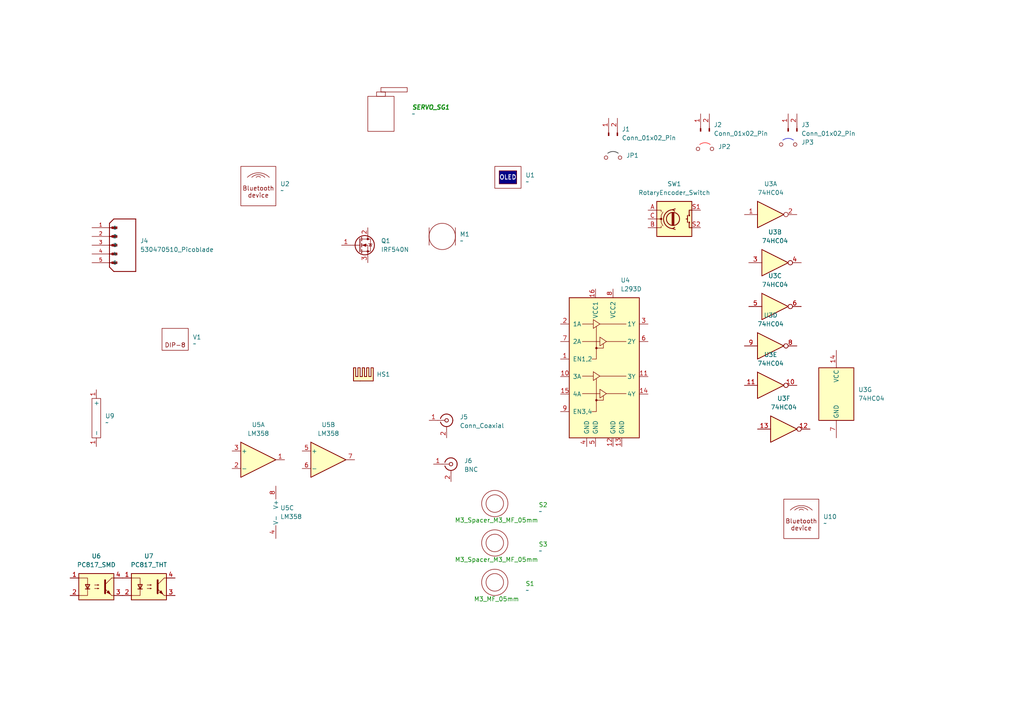
<source format=kicad_sch>
(kicad_sch (version 20231120) (generator "eeschema") (generator_version "8.0")
  (paper "A4")
  (lib_symbols
    (symbol "CREPP_AOP_THT:LM358" (pin_names (offset 0.127))
      (property "Reference" "U" (at 0 5.08 0))
      (property "Value" "LM358" (at 0 -5.08 0))
      (symbol "LM358_1_1"
        (polyline (pts (xy -5.08 5.08) (xy 5.08 0) (xy -5.08 -5.08) (xy -5.08 5.08)) (stroke (width 0.254)) (fill (type background)))
        (pin output line (at 7.62 0 180) (length 2.54) (name "~") (number "1"))
        (pin input line (at -7.62 -2.54 0) (length 2.54) (name "-") (number "2"))
        (pin input line (at -7.62 2.54 0) (length 2.54) (name "+") (number "3"))
      )
      (symbol "LM358_2_1"
        (polyline (pts (xy -5.08 5.08) (xy 5.08 0) (xy -5.08 -5.08) (xy -5.08 5.08)) (stroke (width 0.254)) (fill (type background)))
        (pin input line (at -7.62 2.54 0) (length 2.54) (name "+") (number "5"))
        (pin input line (at -7.62 -2.54 0) (length 2.54) (name "-") (number "6"))
        (pin output line (at 7.62 0 180) (length 2.54) (name "~") (number "7"))
      )
      (symbol "LM358_3_1"
        (pin power_in line (at -2.54 -7.62 90) (length 3.81) (name "V-") (number "4"))
        (pin power_in line (at -2.54 7.62 270) (length 3.81) (name "V+") (number "8"))
      )
    )
    (symbol "CREPP_Batteries:BK-18650-PC2_18650_Holder_THT [CREPP]"
      (property "Reference" "U" (at 0 -1.27 0))
      (symbol "BK-18650-PC2_18650_Holder_THT [CREPP]_0_1"
        (rectangle (start -1.27 2.54) (end 1.27 -8.89))
      )
      (symbol "BK-18650-PC2_18650_Holder_THT [CREPP]_1_1"
        (pin output line (at 0 5.08 270) (length 2.54) (name "+") (number "1"))
        (pin output line (at 0 -11.43 90) (length 2.54) (name "-") (number "1"))
      )
    )
    (symbol "CREPP_Bluetooth:Bluetooth HC-05 [CREPP_VIRTUAL]"
      (property "Reference" "U" (at -4.318 11.43 0))
      (symbol "Bluetooth HC-05 [CREPP_VIRTUAL]_0_1"
        (rectangle (start -5.08 10.16) (end 5.08 -1.27))
        (arc (start 0.635 6.985) (mid 0 7.248) (end -0.635 6.985))
        (arc (start 1.905 6.985) (mid 0 7.7741) (end -1.905 6.985))
        (arc (start 3.175 6.985) (mid 0 8.3001) (end -3.175 6.985))
      )
      (symbol "Bluetooth HC-05 [CREPP_VIRTUAL]_1_1"
        (text "Bluetooth\ndevice" (at 0 2.794 0) (effects (font (size 1.27 1.27))))
      )
    )
    (symbol "CREPP_Bluetooth:HC-05"
      (property "Reference" "U" (at -4.318 11.43 0))
      (symbol "HC-05_0_1"
        (rectangle (start -5.08 10.16) (end 5.08 -1.27))
        (arc (start 0.635 6.985) (mid 0 7.248) (end -0.635 6.985))
        (arc (start 1.905 6.985) (mid 0 7.7741) (end -1.905 6.985))
        (arc (start 3.175 6.985) (mid 0 8.3001) (end -3.175 6.985))
      )
      (symbol "HC-05_1_1"
        (text "Bluetooth\ndevice" (at 0 2.794 0) (effects (font (size 1.27 1.27))))
      )
    )
    (symbol "CREPP_Connectors_BNC:BNC" (pin_names (offset 1.016) hide)
      (property "Reference" "J" (at 0.254 3.048 0))
      (property "Value" "BNC" (at 2.921 0 90))
      (symbol "BNC_0_1"
        (arc (start -1.778 -0.508) (mid 0.2311 -1.8066) (end 1.778 0) (stroke (width 0.254)))
        (polyline (pts (xy -2.54 0) (xy -0.508 0)))
        (polyline (pts (xy 0 -2.54) (xy 0 -1.778)))
        (circle (center 0 0) (radius 0.508) (stroke (width 0.2032)))
        (arc (start 1.778 0) (mid 0.2099 1.8101) (end -1.778 0.508) (stroke (width 0.254)))
      )
      (symbol "BNC_1_1"
        (pin passive line (at -5.08 0 0) (length 2.54) (name "In") (number "1"))
        (pin passive line (at 0 -5.08 90) (length 2.54) (name "Ext") (number "2"))
      )
    )
    (symbol "CREPP_Connectors_PicoBlade:530470510_Picoblade" (pin_names (offset 1.016))
      (property "Reference" "J" (at 0 8.89 0))
      (property "Value" "530470510_Picoblade" (at 0 -10.16 0))
      (symbol "530470510_Picoblade_0_0"
        (polyline (pts (xy 0 -6.35) (xy 1.27 -7.62)) (stroke (width 0.254)))
        (polyline (pts (xy 0 -5.08) (xy 1.905 -5.08)) (stroke (width 0.254)))
        (polyline (pts (xy 0 -2.54) (xy 1.905 -2.54)) (stroke (width 0.254)))
        (polyline (pts (xy 0 0) (xy 1.905 0)) (stroke (width 0.254)))
        (polyline (pts (xy 0 2.54) (xy 1.905 2.54)) (stroke (width 0.254)))
        (polyline (pts (xy 0 5.08) (xy 1.905 5.08)) (stroke (width 0.254)))
        (polyline (pts (xy 0 6.35) (xy 0 -6.35)) (stroke (width 0.254)))
        (polyline (pts (xy 0 6.35) (xy 1.27 7.62)) (stroke (width 0.254)))
        (polyline (pts (xy 1.27 -7.62) (xy 7.62 -7.62)) (stroke (width 0.254)))
        (polyline (pts (xy 7.62 -7.62) (xy 7.62 7.62)) (stroke (width 0.254)))
        (polyline (pts (xy 7.62 7.62) (xy 1.27 7.62)) (stroke (width 0.254)))
        (rectangle (start 0.635 -5.3975) (end 2.2225 -4.7625) (stroke (width 0.1)) (fill (type outline)))
        (rectangle (start 0.635 -2.8575) (end 2.2225 -2.2225) (stroke (width 0.1)) (fill (type outline)))
        (rectangle (start 0.635 -0.3175) (end 2.2225 0.3175) (stroke (width 0.1)) (fill (type outline)))
        (rectangle (start 0.635 2.2225) (end 2.2225 2.8575) (stroke (width 0.1)) (fill (type outline)))
        (rectangle (start 0.635 4.7625) (end 2.2225 5.3975) (stroke (width 0.1)) (fill (type outline)))
        (pin passive line (at -5.08 5.08 0) (length 5.08) (name "1") (number "1"))
        (pin passive line (at -5.08 2.54 0) (length 5.08) (name "2") (number "2"))
        (pin passive line (at -5.08 0 0) (length 5.08) (name "3") (number "3"))
        (pin passive line (at -5.08 -2.54 0) (length 5.08) (name "4") (number "4"))
        (pin passive line (at -5.08 -5.08 0) (length 5.08) (name "5") (number "5"))
      )
    )
    (symbol "CREPP_Connectors_SMA:Conn_Coaxial" (pin_names (offset 1.016) hide)
      (property "Reference" "J" (at 0.254 3.048 0))
      (property "Value" "Conn_Coaxial" (at 2.921 0 90))
      (symbol "Conn_Coaxial_0_1"
        (arc (start -1.778 -0.508) (mid 0.2311 -1.8066) (end 1.778 0) (stroke (width 0.254)))
        (polyline (pts (xy -2.54 0) (xy -0.508 0)))
        (polyline (pts (xy 0 -2.54) (xy 0 -1.778)))
        (circle (center 0 0) (radius 0.508) (stroke (width 0.2032)))
        (arc (start 1.778 0) (mid 0.2099 1.8101) (end -1.778 0.508) (stroke (width 0.254)))
      )
      (symbol "Conn_Coaxial_1_1"
        (pin passive line (at -5.08 0 0) (length 2.54) (name "In") (number "1"))
        (pin passive line (at 0 -5.08 90) (length 2.54) (name "Ext") (number "2"))
      )
    )
    (symbol "CREPP_DIP:DIP-8-Device"
      (property "Reference" "V" (at 0 0 0))
      (symbol "DIP-8-Device_0_1"
        (rectangle (start -3.81 2.54) (end 3.81 -3.81))
      )
      (symbol "DIP-8-Device_1_1"
        (text "DIP-8" (at 0 -2.286 0) (effects (font (size 1.27 1.27))))
      )
    )
    (symbol "CREPP_Drivers_Motors:L293D_THT" (pin_names (offset 1.016))
      (property "Reference" "U" (at -5.08 26.035 0))
      (property "Value" "L293D" (at -5.08 24.13 0))
      (symbol "L293D_THT_0_1"
        (rectangle (start -10.16 22.86) (end 10.16 -17.78) (stroke (width 0.254)) (fill (type background)))
        (circle (center -2.286 -6.858) (radius 0.254) (fill (type outline)))
        (circle (center -2.286 8.255) (radius 0.254) (fill (type outline)))
        (polyline (pts (xy -6.35 -4.953) (xy -1.27 -4.953)))
        (polyline (pts (xy -6.35 0.127) (xy -3.175 0.127)))
        (polyline (pts (xy -6.35 10.16) (xy -1.27 10.16)))
        (polyline (pts (xy -6.35 15.24) (xy -3.175 15.24)))
        (polyline (pts (xy -1.27 0.127) (xy 6.35 0.127)))
        (polyline (pts (xy -1.27 15.24) (xy 6.35 15.24)))
        (polyline (pts (xy 0.635 -4.953) (xy 6.35 -4.953)))
        (polyline (pts (xy 0.635 10.16) (xy 6.35 10.16)))
        (polyline (pts (xy -2.286 -6.858) (xy -0.254 -6.858) (xy -0.254 -5.588)))
        (polyline (pts (xy -2.286 -0.635) (xy -2.286 -10.16) (xy -3.556 -10.16)))
        (polyline (pts (xy -2.286 8.255) (xy -0.254 8.255) (xy -0.254 9.525)))
        (polyline (pts (xy -2.286 14.478) (xy -2.286 5.08) (xy -3.556 5.08)))
        (polyline (pts (xy -3.175 1.397) (xy -3.175 -1.143) (xy -1.27 0.127) (xy -3.175 1.397)))
        (polyline (pts (xy -3.175 16.51) (xy -3.175 13.97) (xy -1.27 15.24) (xy -3.175 16.51)))
        (polyline (pts (xy -1.27 -3.683) (xy -1.27 -6.223) (xy 0.635 -4.953) (xy -1.27 -3.683)))
        (polyline (pts (xy -1.27 11.43) (xy -1.27 8.89) (xy 0.635 10.16) (xy -1.27 11.43)))
      )
      (symbol "L293D_THT_1_1"
        (pin input line (at -12.7 5.08 0) (length 2.54) (name "EN1,2") (number "1"))
        (pin input line (at -12.7 0 0) (length 2.54) (name "3A") (number "10"))
        (pin output line (at 12.7 0 180) (length 2.54) (name "3Y") (number "11"))
        (pin power_in line (at 2.54 -20.32 90) (length 2.54) (name "GND") (number "12"))
        (pin power_in line (at 5.08 -20.32 90) (length 2.54) (name "GND") (number "13"))
        (pin output line (at 12.7 -5.08 180) (length 2.54) (name "4Y") (number "14"))
        (pin input line (at -12.7 -5.08 0) (length 2.54) (name "4A") (number "15"))
        (pin power_in line (at -2.54 25.4 270) (length 2.54) (name "VCC1") (number "16"))
        (pin input line (at -12.7 15.24 0) (length 2.54) (name "1A") (number "2"))
        (pin output line (at 12.7 15.24 180) (length 2.54) (name "1Y") (number "3"))
        (pin power_in line (at -5.08 -20.32 90) (length 2.54) (name "GND") (number "4"))
        (pin power_in line (at -2.54 -20.32 90) (length 2.54) (name "GND") (number "5"))
        (pin output line (at 12.7 10.16 180) (length 2.54) (name "2Y") (number "6"))
        (pin input line (at -12.7 10.16 0) (length 2.54) (name "2A") (number "7"))
        (pin power_in line (at 2.54 25.4 270) (length 2.54) (name "VCC2") (number "8"))
        (pin input line (at -12.7 -10.16 0) (length 2.54) (name "EN3,4") (number "9"))
      )
    )
    (symbol "CREPP_GNSS:MAX-8Q"
      (property "Reference" "U" (at -10.16 16.51 0))
      (property "Value" "MAX-8Q" (at 11.43 16.51 0))
      (symbol "MAX-8Q_0_1"
        (rectangle (start 12.7 15.24) (end -12.7 -15.24) (stroke (width 0.254)) (fill (type background)))
      )
      (symbol "MAX-8Q_1_1"
        (pin power_in line (at 0 -17.78 90) (length 2.54) (name "GND") (number "1"))
        (pin passive line (at 0 -17.78 90) (length 2.54) hide (name "GND") (number "10"))
        (pin input line (at 15.24 0 180) (length 2.54) (name "RF_IN") (number "11"))
        (pin passive line (at 0 -17.78 90) (length 2.54) hide (name "GND") (number "12"))
        (pin output line (at 15.24 5.08 180) (length 2.54) (name "LNA_EN") (number "13"))
        (pin power_out line (at 5.08 17.78 270) (length 2.54) (name "VCC_RF") (number "14"))
        (pin no_connect line (at 12.7 -5.08 180) (length 2.54) hide (name "Reserved") (number "15"))
        (pin bidirectional line (at -15.24 2.54 0) (length 2.54) (name "SDA") (number "16"))
        (pin input line (at -15.24 0 0) (length 2.54) (name "SCL") (number "17"))
        (pin input line (at -15.24 -7.62 0) (length 2.54) (name "~{SAFEBOOT}") (number "18"))
        (pin output line (at -15.24 7.62 0) (length 2.54) (name "TXD") (number "2"))
        (pin input line (at -15.24 10.16 0) (length 2.54) (name "RXD") (number "3"))
        (pin output line (at 15.24 -7.62 180) (length 2.54) (name "TIMEPULSE") (number "4"))
        (pin input line (at -15.24 -5.08 0) (length 2.54) (name "EXTINT") (number "5"))
        (pin power_in line (at 0 17.78 270) (length 2.54) (name "V_BCKP") (number "6"))
        (pin power_in line (at -2.54 17.78 270) (length 2.54) (name "VCC_IO") (number "7"))
        (pin power_in line (at -5.08 17.78 270) (length 2.54) (name "VCC") (number "8"))
        (pin input line (at -15.24 -10.16 0) (length 2.54) (name "~{RESET}") (number "9"))
      )
    )
    (symbol "CREPP_GNSS:NEO-M8Q "
      (property "Reference" "U" (at -13.97 21.59 0))
      (property "Value" "NEO-M8Q " (at 11.43 21.59 0))
      (symbol "NEO-M8Q _0_1"
        (rectangle (start -15.24 20.32) (end 15.24 -20.32) (stroke (width 0.254)) (fill (type background)))
      )
      (symbol "NEO-M8Q _1_1"
        (pin input line (at -17.78 -12.7 0) (length 2.54) (name "~{SAFEBOOT}") (number "1"))
        (pin power_in line (at 0 -22.86 90) (length 2.54) (name "GND") (number "10"))
        (pin input line (at 17.78 0 180) (length 2.54) (name "RF_IN") (number "11"))
        (pin passive line (at 0 -22.86 90) (length 2.54) hide (name "GND") (number "12"))
        (pin passive line (at 0 -22.86 90) (length 2.54) hide (name "GND") (number "13"))
        (pin output line (at 17.78 5.08 180) (length 2.54) (name "LNA_EN") (number "14"))
        (pin no_connect line (at 15.24 -10.16 180) (length 2.54) hide (name "RESERVED") (number "15"))
        (pin no_connect line (at 15.24 -12.7 180) (length 2.54) hide (name "RESERVED") (number "16"))
        (pin no_connect line (at 15.24 -15.24 180) (length 2.54) hide (name "RESERVED") (number "17"))
        (pin bidirectional line (at -17.78 0 0) (length 2.54) (name "SDA/~{SPI_CS}") (number "18"))
        (pin input line (at -17.78 -2.54 0) (length 2.54) (name "SCL/SPI_CLK") (number "19"))
        (pin input line (at -17.78 -17.78 0) (length 2.54) (name "D_SEL") (number "2"))
        (pin output line (at -17.78 7.62 0) (length 2.54) (name "TXD/SPI_MISO") (number "20"))
        (pin input line (at -17.78 5.08 0) (length 2.54) (name "RXD/SPI_MOSI") (number "21"))
        (pin power_in line (at -2.54 22.86 270) (length 2.54) (name "V_BCKP") (number "22"))
        (pin power_in line (at -5.08 22.86 270) (length 2.54) (name "VCC") (number "23"))
        (pin passive line (at 0 -22.86 90) (length 2.54) hide (name "GND") (number "24"))
        (pin output line (at 17.78 -7.62 180) (length 2.54) (name "TIMEPULSE") (number "3"))
        (pin input line (at -17.78 -7.62 0) (length 2.54) (name "EXTINT") (number "4"))
        (pin bidirectional line (at -17.78 15.24 0) (length 2.54) (name "USB_DM") (number "5"))
        (pin bidirectional line (at -17.78 12.7 0) (length 2.54) (name "USB_DP") (number "6"))
        (pin power_in line (at 0 22.86 270) (length 2.54) (name "VDD_USB") (number "7"))
        (pin input line (at -17.78 -15.24 0) (length 2.54) (name "~{RESET}") (number "8"))
        (pin power_out line (at 5.08 22.86 270) (length 2.54) (name "VCC_RF") (number "9"))
      )
    )
    (symbol "CREPP_Heatsinks:Heatsink" (pin_names (offset 1.016)) (exclude_from_sim yes)
      (property "Reference" "HS" (at 0 5.08 0))
      (symbol "Heatsink_0_1"
        (polyline (pts (xy -0.3302 1.27) (xy -0.9652 1.27) (xy -0.9652 3.81) (xy -1.6002 3.81) (xy -1.6002 1.27) (xy -2.2352 1.27) (xy -2.2352 3.81) (xy -2.8702 3.81) (xy -2.8702 0) (xy -0.9652 0)) (stroke (width 0.254)) (fill (type background)))
        (polyline (pts (xy -0.3302 1.27) (xy -0.3302 3.81) (xy 0.3048 3.81) (xy 0.3048 1.27) (xy 0.9398 1.27) (xy 0.9398 3.81) (xy 1.5748 3.81) (xy 1.5748 1.27) (xy 2.2098 1.27) (xy 2.2098 3.81) (xy 2.8448 3.81) (xy 2.8448 0) (xy -0.9652 0)) (stroke (width 0.254)) (fill (type background)))
      )
    )
    (symbol "CREPP_Jumpers:Jumper_2.54mm_black" (pin_numbers hide) (pin_names (offset 0) hide) (exclude_from_sim yes)
      (property "Reference" "JP" (at 0 2.794 0))
      (symbol "Jumper_2.54mm_black_0_0"
        (circle (center -2.032 0) (radius 0.508))
        (circle (center 2.032 0) (radius 0.508))
      )
      (symbol "Jumper_2.54mm_black_1_1"
        (arc (start 1.524 1.27) (mid 0 1.778) (end -1.524 1.27) (stroke (width 0) (color 0 0 0 1)))
      )
    )
    (symbol "CREPP_Jumpers:Jumper_2.54mm_blue" (pin_numbers hide) (pin_names (offset 0) hide) (exclude_from_sim yes)
      (property "Reference" "JP" (at 0 2.794 0))
      (symbol "Jumper_2.54mm_blue_0_0"
        (circle (center -2.032 0) (radius 0.508))
        (circle (center 2.032 0) (radius 0.508))
      )
      (symbol "Jumper_2.54mm_blue_1_1"
        (arc (start 1.524 1.27) (mid 0 1.778) (end -1.524 1.27) (stroke (width 0) (color 0 0 194 1)))
      )
    )
    (symbol "CREPP_Jumpers:Jumper_2.54mm_red" (pin_numbers hide) (pin_names (offset 0) hide) (exclude_from_sim yes)
      (property "Reference" "JP" (at 0 2.794 0))
      (symbol "Jumper_2.54mm_red_0_0"
        (circle (center -2.032 0) (radius 0.508))
        (circle (center 2.032 0) (radius 0.508))
      )
      (symbol "Jumper_2.54mm_red_1_1"
        (arc (start 1.524 1.27) (mid 0 1.778) (end -1.524 1.27) (stroke (width 0) (color 255 0 0 1)))
      )
    )
    (symbol "CREPP_Logic:74HC04_THT"
      (property "Reference" "U" (at 0 1.27 0))
      (property "Value" "74HC04" (at 0 -1.27 0))
      (symbol "74HC04_THT_1_0"
        (polyline (pts (xy -3.81 3.81) (xy -3.81 -3.81) (xy 3.81 0) (xy -3.81 3.81)) (stroke (width 0.254)) (fill (type background)))
        (pin input line (at -7.62 0 0) (length 3.81) (name "~") (number "1"))
        (pin output inverted (at 7.62 0 180) (length 3.81) (name "~") (number "2"))
      )
      (symbol "74HC04_THT_2_0"
        (polyline (pts (xy -3.81 3.81) (xy -3.81 -3.81) (xy 3.81 0) (xy -3.81 3.81)) (stroke (width 0.254)) (fill (type background)))
        (pin input line (at -7.62 0 0) (length 3.81) (name "~") (number "3"))
        (pin output inverted (at 7.62 0 180) (length 3.81) (name "~") (number "4"))
      )
      (symbol "74HC04_THT_3_0"
        (polyline (pts (xy -3.81 3.81) (xy -3.81 -3.81) (xy 3.81 0) (xy -3.81 3.81)) (stroke (width 0.254)) (fill (type background)))
        (pin input line (at -7.62 0 0) (length 3.81) (name "~") (number "5"))
        (pin output inverted (at 7.62 0 180) (length 3.81) (name "~") (number "6"))
      )
      (symbol "74HC04_THT_4_0"
        (polyline (pts (xy -3.81 3.81) (xy -3.81 -3.81) (xy 3.81 0) (xy -3.81 3.81)) (stroke (width 0.254)) (fill (type background)))
        (pin output inverted (at 7.62 0 180) (length 3.81) (name "~") (number "8"))
        (pin input line (at -7.62 0 0) (length 3.81) (name "~") (number "9"))
      )
      (symbol "74HC04_THT_5_0"
        (polyline (pts (xy -3.81 3.81) (xy -3.81 -3.81) (xy 3.81 0) (xy -3.81 3.81)) (stroke (width 0.254)) (fill (type background)))
        (pin output inverted (at 7.62 0 180) (length 3.81) (name "~") (number "10"))
        (pin input line (at -7.62 0 0) (length 3.81) (name "~") (number "11"))
      )
      (symbol "74HC04_THT_6_0"
        (polyline (pts (xy -3.81 3.81) (xy -3.81 -3.81) (xy 3.81 0) (xy -3.81 3.81)) (stroke (width 0.254)) (fill (type background)))
        (pin output inverted (at 7.62 0 180) (length 3.81) (name "~") (number "12"))
        (pin input line (at -7.62 0 0) (length 3.81) (name "~") (number "13"))
      )
      (symbol "74HC04_THT_7_0"
        (pin power_in line (at 0 12.7 270) (length 5.08) (name "VCC") (number "14"))
        (pin power_in line (at 0 -12.7 90) (length 5.08) (name "GND") (number "7"))
      )
      (symbol "74HC04_THT_7_1"
        (rectangle (start -5.08 7.62) (end 5.08 -7.62) (stroke (width 0.254)) (fill (type background)))
      )
    )
    (symbol "CREPP_Motors:Motor_3V_6V"
      (property "Reference" "M" (at 0 0 0))
      (symbol "Motor_3V_6V_0_1"
        (polyline (pts (xy -3.81 2.54) (xy -3.81 -2.54)))
        (polyline (pts (xy 3.81 2.54) (xy 3.81 -2.54)))
        (circle (center 0 0) (radius 3.81))
      )
    )
    (symbol "CREPP_Optocoupler:PC817_SMD" (pin_names (offset 1.016))
      (property "Reference" "U" (at -5.08 5.08 0))
      (property "Value" "PC817_SMD" (at 0 5.08 0))
      (symbol "PC817_SMD_0_1"
        (rectangle (start -5.08 3.81) (end 5.08 -3.81) (stroke (width 0.254)) (fill (type background)))
        (polyline (pts (xy -3.175 -0.635) (xy -1.905 -0.635)) (stroke (width 0.254)))
        (polyline (pts (xy 2.54 0.635) (xy 4.445 2.54)))
        (polyline (pts (xy 4.445 -2.54) (xy 2.54 -0.635)) (fill (type outline)))
        (polyline (pts (xy 4.445 -2.54) (xy 5.08 -2.54)))
        (polyline (pts (xy 4.445 2.54) (xy 5.08 2.54)))
        (polyline (pts (xy -5.08 2.54) (xy -2.54 2.54) (xy -2.54 -0.635)))
        (polyline (pts (xy -2.54 -0.635) (xy -2.54 -2.54) (xy -5.08 -2.54)))
        (polyline (pts (xy 2.54 1.905) (xy 2.54 -1.905) (xy 2.54 -1.905)) (stroke (width 0.508)))
        (polyline (pts (xy -2.54 -0.635) (xy -3.175 0.635) (xy -1.905 0.635) (xy -2.54 -0.635)) (stroke (width 0.254)))
        (polyline (pts (xy -0.508 -0.508) (xy 0.762 -0.508) (xy 0.381 -0.635) (xy 0.381 -0.381) (xy 0.762 -0.508)))
        (polyline (pts (xy -0.508 0.508) (xy 0.762 0.508) (xy 0.381 0.381) (xy 0.381 0.635) (xy 0.762 0.508)))
        (polyline (pts (xy 3.048 -1.651) (xy 3.556 -1.143) (xy 4.064 -2.159) (xy 3.048 -1.651) (xy 3.048 -1.651)) (fill (type outline)))
      )
      (symbol "PC817_SMD_1_1"
        (pin passive line (at -7.62 2.54 0) (length 2.54) (name "~") (number "1"))
        (pin passive line (at -7.62 -2.54 0) (length 2.54) (name "~") (number "2"))
        (pin passive line (at 7.62 -2.54 180) (length 2.54) (name "~") (number "3"))
        (pin passive line (at 7.62 2.54 180) (length 2.54) (name "~") (number "4"))
      )
    )
    (symbol "CREPP_Optocoupler:PC817_THT" (pin_names (offset 1.016))
      (property "Reference" "U" (at -5.08 5.08 0))
      (property "Value" "PC817_THT" (at 0 5.08 0))
      (symbol "PC817_THT_0_1"
        (rectangle (start -5.08 3.81) (end 5.08 -3.81) (stroke (width 0.254)) (fill (type background)))
        (polyline (pts (xy -3.175 -0.635) (xy -1.905 -0.635)) (stroke (width 0.254)))
        (polyline (pts (xy 2.54 0.635) (xy 4.445 2.54)))
        (polyline (pts (xy 4.445 -2.54) (xy 2.54 -0.635)) (fill (type outline)))
        (polyline (pts (xy 4.445 -2.54) (xy 5.08 -2.54)))
        (polyline (pts (xy 4.445 2.54) (xy 5.08 2.54)))
        (polyline (pts (xy -5.08 2.54) (xy -2.54 2.54) (xy -2.54 -0.635)))
        (polyline (pts (xy -2.54 -0.635) (xy -2.54 -2.54) (xy -5.08 -2.54)))
        (polyline (pts (xy 2.54 1.905) (xy 2.54 -1.905) (xy 2.54 -1.905)) (stroke (width 0.508)))
        (polyline (pts (xy -2.54 -0.635) (xy -3.175 0.635) (xy -1.905 0.635) (xy -2.54 -0.635)) (stroke (width 0.254)))
        (polyline (pts (xy -0.508 -0.508) (xy 0.762 -0.508) (xy 0.381 -0.635) (xy 0.381 -0.381) (xy 0.762 -0.508)))
        (polyline (pts (xy -0.508 0.508) (xy 0.762 0.508) (xy 0.381 0.381) (xy 0.381 0.635) (xy 0.762 0.508)))
        (polyline (pts (xy 3.048 -1.651) (xy 3.556 -1.143) (xy 4.064 -2.159) (xy 3.048 -1.651) (xy 3.048 -1.651)) (fill (type outline)))
      )
      (symbol "PC817_THT_1_1"
        (pin passive line (at -7.62 2.54 0) (length 2.54) (name "~") (number "1"))
        (pin passive line (at -7.62 -2.54 0) (length 2.54) (name "~") (number "2"))
        (pin passive line (at 7.62 -2.54 180) (length 2.54) (name "~") (number "3"))
        (pin passive line (at 7.62 2.54 180) (length 2.54) (name "~") (number "4"))
      )
    )
    (symbol "CREPP_RotaryEncoders:RotaryEncoder_Switch" (pin_names (offset 0.254) hide)
      (property "Reference" "SW" (at 0 6.604 0))
      (property "Value" "RotaryEncoder_Switch" (at 0 -6.604 0))
      (symbol "RotaryEncoder_Switch_0_1"
        (rectangle (start -5.08 5.08) (end 5.08 -5.08) (stroke (width 0.254)) (fill (type background)))
        (circle (center -3.81 0) (radius 0.254) (fill (type outline)))
        (circle (center -0.381 0) (radius 1.905) (stroke (width 0.254)))
        (arc (start -0.381 2.667) (mid -3.0988 -0.0635) (end -0.381 -2.794) (stroke (width 0.254)))
        (polyline (pts (xy -0.635 -1.778) (xy -0.635 1.778)) (stroke (width 0.254)))
        (polyline (pts (xy -0.381 -1.778) (xy -0.381 1.778)) (stroke (width 0.254)))
        (polyline (pts (xy -0.127 1.778) (xy -0.127 -1.778)) (stroke (width 0.254)))
        (polyline (pts (xy 3.81 0) (xy 3.429 0)) (stroke (width 0.254)))
        (polyline (pts (xy 3.81 1.016) (xy 3.81 -1.016)) (stroke (width 0.254)))
        (polyline (pts (xy -5.08 -2.54) (xy -3.81 -2.54) (xy -3.81 -2.032)))
        (polyline (pts (xy -5.08 2.54) (xy -3.81 2.54) (xy -3.81 2.032)))
        (polyline (pts (xy 0.254 -3.048) (xy -0.508 -2.794) (xy 0.127 -2.413)) (stroke (width 0.254)))
        (polyline (pts (xy 0.254 2.921) (xy -0.508 2.667) (xy 0.127 2.286)) (stroke (width 0.254)))
        (polyline (pts (xy 5.08 -2.54) (xy 4.318 -2.54) (xy 4.318 -1.016)) (stroke (width 0.254)))
        (polyline (pts (xy 5.08 2.54) (xy 4.318 2.54) (xy 4.318 1.016)) (stroke (width 0.254)))
        (polyline (pts (xy -5.08 0) (xy -3.81 0) (xy -3.81 -1.016) (xy -3.302 -2.032)))
        (polyline (pts (xy -4.318 0) (xy -3.81 0) (xy -3.81 1.016) (xy -3.302 2.032)))
        (circle (center 4.318 -1.016) (radius 0.127) (stroke (width 0.254)))
        (circle (center 4.318 1.016) (radius 0.127) (stroke (width 0.254)))
      )
      (symbol "RotaryEncoder_Switch_1_1"
        (pin passive line (at -7.62 2.54 0) (length 2.54) (name "A") (number "A"))
        (pin passive line (at -7.62 -2.54 0) (length 2.54) (name "B") (number "B"))
        (pin passive line (at -7.62 0 0) (length 2.54) (name "C") (number "C"))
        (pin passive line (at 7.62 2.54 180) (length 2.54) (name "S1") (number "S1"))
        (pin passive line (at 7.62 -2.54 180) (length 2.54) (name "S2") (number "S2"))
      )
    )
    (symbol "CREPP_Screens:OLED_SSD1306_0.96"
      (property "Reference" "OLED" (at -3.302 4.826 0))
      (symbol "OLED_SSD1306_0.96_0_1"
        (rectangle (start -3.81 3.81) (end 3.81 -2.54))
      )
      (symbol "OLED_SSD1306_0.96_1_1"
        (text "OLED" (at 0 0.762 0) (effects (font (size 1.27 1.27))))
        (text_box "OLED" (at -2.54 2.54 0) (size 5.08 -3.81) (fill (type color) (color 0 0 132 1)) (effects (font (size 1.27 1.27))))
      )
    )
    (symbol "CREPP_Servomotors:Servomotor_SG90" (exclude_from_sim yes)
      (property "Reference" "SERVO_SG90" (at -0.254 -5.334 0))
      (symbol "Servomotor_SG90_0_1"
        (rectangle (start -3.81 -3.81) (end 3.81 6.35))
        (polyline (pts (xy 0 7.62) (xy 7.62 7.62) (xy 7.62 8.89) (xy 0 8.89) (xy 0 7.62)))
        (polyline (pts (xy 0 7.62) (xy -1.27 7.62) (xy -1.27 6.35) (xy 1.27 6.35) (xy 1.27 7.62) (xy 0 7.62)))
      )
    )
    (symbol "CREPP_Spacers:Spacer_M3_05mm_MF"
      (property "Reference" "S" (at 0 0 0))
      (symbol "Spacer_M3_05mm_MF_0_1"
        (circle (center 0 0) (radius 2.54))
        (circle (center 0 0) (radius 3.81))
      )
      (symbol "Spacer_M3_05mm_MF_1_1"
        (text "M3_MF_05mm" (at 0.508 -4.826 0) (effects (font (size 1.27 1.27))))
      )
    )
    (symbol "CREPP_Spacers:Spacer_M3_Parametric"
      (property "Reference" "S" (at 0 0 0))
      (symbol "Spacer_M3_Parametric_0_1"
        (circle (center 0 0) (radius 2.54))
        (circle (center 0 0) (radius 3.81))
      )
      (symbol "Spacer_M3_Parametric_1_1"
        (text "M3_${FOOTPRINT_NAME}" (at 0.508 -4.826 0) (effects (font (size 1.27 1.27))))
      )
    )
    (symbol "Connector:Conn_01x02_Pin" (pin_names (offset 1.016) hide)
      (property "Reference" "J" (at 0 2.54 0))
      (property "Value" "Conn_01x02_Pin" (at 0 -5.08 0))
      (symbol "Conn_01x02_Pin_1_1"
        (polyline (pts (xy 1.27 -2.54) (xy 0.8636 -2.54)) (stroke (width 0.1524)))
        (polyline (pts (xy 1.27 0) (xy 0.8636 0)) (stroke (width 0.1524)))
        (rectangle (start 0.8636 -2.413) (end 0 -2.667) (stroke (width 0.1524)) (fill (type outline)))
        (rectangle (start 0.8636 0.127) (end 0 -0.127) (stroke (width 0.1524)) (fill (type outline)))
        (pin passive line (at 5.08 0 180) (length 3.81) (name "Pin_1") (number "1"))
        (pin passive line (at 5.08 -2.54 180) (length 3.81) (name "Pin_2") (number "2"))
      )
    )
    (symbol "Transistor_FET:IRF540N" (pin_names hide)
      (property "Reference" "Q" (at 5.08 1.905 0))
      (property "Value" "IRF540N" (at 5.08 0 0))
      (symbol "IRF540N_0_1"
        (polyline (pts (xy 0.254 0) (xy -2.54 0)))
        (polyline (pts (xy 0.254 1.905) (xy 0.254 -1.905)) (stroke (width 0.254)))
        (polyline (pts (xy 0.762 -1.27) (xy 0.762 -2.286)) (stroke (width 0.254)))
        (polyline (pts (xy 0.762 0.508) (xy 0.762 -0.508)) (stroke (width 0.254)))
        (polyline (pts (xy 0.762 2.286) (xy 0.762 1.27)) (stroke (width 0.254)))
        (polyline (pts (xy 2.54 2.54) (xy 2.54 1.778)))
        (polyline (pts (xy 2.54 -2.54) (xy 2.54 0) (xy 0.762 0)))
        (polyline (pts (xy 0.762 -1.778) (xy 3.302 -1.778) (xy 3.302 1.778) (xy 0.762 1.778)))
        (polyline (pts (xy 1.016 0) (xy 2.032 0.381) (xy 2.032 -0.381) (xy 1.016 0)) (fill (type outline)))
        (polyline (pts (xy 2.794 0.508) (xy 2.921 0.381) (xy 3.683 0.381) (xy 3.81 0.254)))
        (polyline (pts (xy 3.302 0.381) (xy 2.921 -0.254) (xy 3.683 -0.254) (xy 3.302 0.381)))
        (circle (center 1.651 0) (radius 2.794) (stroke (width 0.254)))
        (circle (center 2.54 -1.778) (radius 0.254) (fill (type outline)))
        (circle (center 2.54 1.778) (radius 0.254) (fill (type outline)))
      )
      (symbol "IRF540N_1_1"
        (pin input line (at -5.08 0 0) (length 2.54) (name "G") (number "1"))
        (pin passive line (at 2.54 5.08 270) (length 2.54) (name "D") (number "2"))
        (pin passive line (at 2.54 -5.08 90) (length 2.54) (name "S") (number "3"))
      )
    )
  )
  (symbol (lib_id "CREPP_Servomotors:Servomotor_SG90") (at 110.49 34.29 0) (unit 1) (exclude_from_sim yes)
    (property "Reference" "SERVO_SG1" (at 119.38 31.115 0) (effects (font (bold yes) (italic yes)) (justify left)))
    (property "Value" "~" (at 119.38 33.02 0) (effects (justify left)))
    (property "Footprint" "CREPP_Servo:SG90_Servo" (effects (hide yes)))
    (property "Datasheet" "https://www.friendlywire.com/projects/ne555-servo-safe/SG90-datasheet.pdf" (effects (hide yes)))
  )
  (symbol (lib_id "Connector:Conn_01x02_Pin") (at 228.6 38.1 90) (unit 1)
    (property "Reference" "J3" (at 232.41 36.1949 90) (effects (justify right)))
    (property "Value" "Conn_01x02_Pin" (at 232.41 38.7349 90) (effects (justify right)))
    (property "Footprint" "Connector_PinHeader_2.54mm:PinHeader_1x02_P2.54mm_Vertical" (effects (hide yes)))
    (property "Description" "Generic connector, single row, 01x02, script generated" (effects (hide yes)))
  )
  (symbol (lib_id "CREPP_Optocoupler:PC817_SMD") (at 27.94 170.18 0) (unit 1)
    (property "Reference" "U6" (at 27.94 161.29 0))
    (property "Value" "PC817_SMD" (at 27.94 163.83 0))
    (property "Footprint" "Package_DIP:SMDIP-4_W9.53mm" (effects (hide yes)))
    (property "Datasheet" "http://www.soselectronic.cz/a_info/resource/d/pc817.pdf" (effects (hide yes)))
    (property "Description" "DC Optocoupler, Vce 35V, CTR 50-300%, SMDIP-4" (effects (hide yes)))
  )
  (symbol (lib_id "CREPP_GNSS:NEO-M8Q ") (at -19.05 33.02 0) (unit 1)
    (property "Reference" "U8" (at -16.8559 55.88 0) (effects (justify left)))
    (property "Value" "NEO-M8Q " (at -16.8559 58.42 0) (effects (justify left)))
    (property "Footprint" "CREPP_GNSS:ublox_NEO" (effects (hide yes)))
    (property "Datasheet" "https://content.u-blox.com/sites/default/files/NEO-M8-FW3_DataSheet_UBX-15031086.pdf" (effects (hide yes)))
    (property "Description" "GNSS Module NEO M8, VCC 2.7V to 3.6V" (effects (hide yes)))
  )
  (symbol (lib_id "CREPP_DIP:DIP-8-Device") (at 50.8 97.79 0) (unit 1)
    (property "Reference" "V1" (at 55.88 97.7899 0) (effects (justify left)))
    (property "Value" "~" (at 55.88 99.695 0) (effects (justify left)))
    (property "Footprint" "CREPP_DIP:DIP-8_W7.62mm" (effects (hide yes)))
  )
  (symbol (lib_id "CREPP_Spacers:Spacer_M3_05mm_MF") (at 143.51 168.91 0) (unit 1)
    (property "Reference" "S1" (at 152.4 169.2937 0) (effects (justify left)))
    (property "Value" "~" (at 152.4 171.1988 0) (effects (justify left)))
    (property "Footprint" "CREPP_Spacers:Spacer_M3_MF_05mm" (effects (hide yes)))
  )
  (symbol (lib_id "CREPP_AOP_THT:LM358") (at 74.93 133.35 0) (unit 1)
    (property "Reference" "U5" (at 74.93 123.19 0))
    (property "Value" "LM358" (at 74.93 125.73 0))
    (property "Footprint" "Package_DIP:DIP-8_W7.62mm_Socket" (effects (hide yes)))
    (property "Datasheet" "http://www.ti.com/lit/ds/symlink/lm2904-n.pdf" (effects (hide yes)))
    (property "Description" "Low-Power, Dual Operational Amplifiers, DIP-8/SOIC-8/TO-99-8" (effects (hide yes)))
  )
  (symbol (lib_id "CREPP_Logic:74HC04_THT") (at 223.52 62.23 0) (unit 1)
    (property "Reference" "U3" (at 223.52 53.34 0))
    (property "Value" "74HC04" (at 223.52 55.88 0))
    (property "Footprint" "Package_DIP:DIP-14_W7.62mm_Socket" (effects (hide yes)))
    (property "Datasheet" "https://assets.nexperia.com/documents/data-sheet/74HC_HCT04.pdf" (effects (hide yes)))
    (property "Description" "Hex Inverter" (effects (hide yes)))
  )
  (symbol (lib_id "CREPP_Jumpers:Jumper_2.54mm_blue") (at 228.6 41.91 0) (unit 1) (exclude_from_sim yes)
    (property "Reference" "JP3" (at 232.41 41.2749 0) (effects (justify left)))
    (property "Value" "Jumper_2.54mm_blue" (effects (hide yes)))
    (property "Footprint" "CREPP_Jumpers:Jumper_2.54mm_blue" (effects (hide yes)))
    (property "Description" "Jumper, 2-pole, open" (effects (hide yes)))
  )
  (symbol (lib_id "Connector:Conn_01x02_Pin") (at 203.2 38.1 90) (unit 1)
    (property "Reference" "J2" (at 207.01 36.1949 90) (effects (justify right)))
    (property "Value" "Conn_01x02_Pin" (at 207.01 38.7349 90) (effects (justify right)))
    (property "Footprint" "Connector_PinHeader_2.54mm:PinHeader_1x02_P2.54mm_Vertical" (effects (hide yes)))
    (property "Description" "Generic connector, single row, 01x02, script generated" (effects (hide yes)))
  )
  (symbol (lib_id "CREPP_Logic:74HC04_THT") (at 242.57 114.3 0) (unit 7)
    (property "Reference" "U3" (at 248.92 113.0299 0) (effects (justify left)))
    (property "Value" "74HC04" (at 248.92 115.5699 0) (effects (justify left)))
    (property "Footprint" "Package_DIP:DIP-14_W7.62mm_Socket" (effects (hide yes)))
    (property "Datasheet" "https://assets.nexperia.com/documents/data-sheet/74HC_HCT04.pdf" (effects (hide yes)))
    (property "Description" "Hex Inverter" (effects (hide yes)))
  )
  (symbol (lib_id "CREPP_Jumpers:Jumper_2.54mm_black") (at 177.8 45.72 0) (unit 1) (exclude_from_sim yes)
    (property "Reference" "JP1" (at 181.61 45.0849 0) (effects (justify left)))
    (property "Value" "Jumper_2.54mm_black" (effects (hide yes)))
    (property "Footprint" "CREPP_Jumpers:Jumper_2.54mm_black" (effects (hide yes)))
    (property "Description" "Jumper, 2-pole, open" (effects (hide yes)))
  )
  (symbol (lib_id "CREPP_GNSS:MAX-8Q") (at -20.32 82.55 0) (unit 1)
    (property "Reference" "U11" (at -18.1259 100.33 0) (effects (justify left)))
    (property "Value" "MAX-8Q" (at -18.1259 102.87 0) (effects (justify left)))
    (property "Footprint" "CREPP_GNSS:ublox_MAX" (effects (hide yes)))
    (property "Datasheet" "https://www.u-blox.com/sites/default/files/MAX-8_DataSheet_%28UBX-16000093%29.pdf" (effects (hide yes)))
    (property "Description" "GNSS Module M8, VCC 2.7V to 3.6V" (effects (hide yes)))
  )
  (symbol (lib_id "CREPP_Logic:74HC04_THT") (at 227.33 124.46 0) (unit 6)
    (property "Reference" "U3" (at 227.33 115.57 0))
    (property "Value" "74HC04" (at 227.33 118.11 0))
    (property "Footprint" "Package_DIP:DIP-14_W7.62mm_Socket" (effects (hide yes)))
    (property "Datasheet" "https://assets.nexperia.com/documents/data-sheet/74HC_HCT04.pdf" (effects (hide yes)))
    (property "Description" "Hex Inverter" (effects (hide yes)))
  )
  (symbol (lib_id "CREPP_Bluetooth:HC-05") (at 74.93 58.42 0) (unit 1)
    (property "Reference" "U2" (at 81.28 53.3399 0) (effects (justify left)))
    (property "Value" "~" (at 81.28 55.245 0) (effects (justify left)))
  )
  (symbol (lib_id "CREPP_Spacers:Spacer_M3_Parametric") (at 143.51 146.05 0) (unit 1)
    (property "Reference" "S2" (at 156.21 146.4337 0) (effects (justify left)))
    (property "Value" "~" (at 156.21 148.3388 0) (effects (justify left)))
    (property "Footprint" "CREPP_Spacers:Spacer_M3_MF_05mm" (effects (hide yes)))
  )
  (symbol (lib_id "CREPP_Spacers:Spacer_M3_Parametric") (at 143.51 157.48 0) (unit 1)
    (property "Reference" "S3" (at 156.21 157.8637 0) (effects (justify left)))
    (property "Value" "~" (at 156.21 159.7688 0) (effects (justify left)))
    (property "Footprint" "CREPP_Spacers:Spacer_M3_MF_05mm" (effects (hide yes)))
  )
  (symbol (lib_id "CREPP_Optocoupler:PC817_THT") (at 43.18 170.18 0) (unit 1)
    (property "Reference" "U7" (at 43.18 161.29 0))
    (property "Value" "PC817_THT" (at 43.18 163.83 0))
    (property "Footprint" "Package_DIP:DIP-4_W7.62mm" (effects (hide yes)))
    (property "Datasheet" "http://www.soselectronic.cz/a_info/resource/d/pc817.pdf" (effects (hide yes)))
    (property "Description" "DC Optocoupler, Vce 35V, CTR 50-300%, DIP-4" (effects (hide yes)))
  )
  (symbol (lib_id "CREPP_Logic:74HC04_THT") (at 223.52 111.76 0) (unit 5)
    (property "Reference" "U3" (at 223.52 102.87 0))
    (property "Value" "74HC04" (at 223.52 105.41 0))
    (property "Footprint" "Package_DIP:DIP-14_W7.62mm_Socket" (effects (hide yes)))
    (property "Datasheet" "https://assets.nexperia.com/documents/data-sheet/74HC_HCT04.pdf" (effects (hide yes)))
    (property "Description" "Hex Inverter" (effects (hide yes)))
  )
  (symbol (lib_id "CREPP_Jumpers:Jumper_2.54mm_red") (at 204.47 43.18 0) (unit 1) (exclude_from_sim yes)
    (property "Reference" "JP2" (at 208.28 42.5449 0) (effects (justify left)))
    (property "Value" "Jumper_2.54mm_red" (effects (hide yes)))
    (property "Footprint" "CREPP_Jumpers:Jumper_2.54mm_red" (effects (hide yes)))
    (property "Description" "Jumper, 2-pole, open" (effects (hide yes)))
  )
  (symbol (lib_id "CREPP_Screens:OLED_SSD1306_0.96") (at 147.32 52.07 0) (unit 1)
    (property "Reference" "U1" (at 152.4 50.7999 0) (effects (justify left)))
    (property "Value" "~" (at 152.4 52.705 0) (effects (justify left)))
    (property "Footprint" "CREPP_Screens:SSD1306_OLED_Display(128x64)" (effects (hide yes)))
  )
  (symbol (lib_id "CREPP_Drivers_Motors:L293D_THT") (at 175.26 109.22 0) (unit 1)
    (property "Reference" "U4" (at 179.9941 81.28 0) (effects (justify left)))
    (property "Value" "L293D" (at 179.9941 83.82 0) (effects (justify left)))
    (property "Footprint" "Package_DIP:DIP-16_W7.62mm_Socket" (effects (hide yes)))
    (property "Datasheet" "http://www.ti.com/lit/ds/symlink/l293.pdf" (effects (hide yes)))
    (property "Description" "Quadruple Half-H Drivers" (effects (hide yes)))
  )
  (symbol (lib_id "CREPP_Bluetooth:Bluetooth HC-05 [CREPP_VIRTUAL]") (at 232.41 154.94 0) (unit 1)
    (property "Reference" "U10" (at 238.76 149.8599 0) (effects (justify left)))
    (property "Value" "~" (at 238.76 151.765 0) (effects (justify left)))
  )
  (symbol (lib_id "CREPP_Logic:74HC04_THT") (at 223.52 100.33 0) (unit 4)
    (property "Reference" "U3" (at 223.52 91.44 0))
    (property "Value" "74HC04" (at 223.52 93.98 0))
    (property "Footprint" "Package_DIP:DIP-14_W7.62mm_Socket" (effects (hide yes)))
    (property "Datasheet" "https://assets.nexperia.com/documents/data-sheet/74HC_HCT04.pdf" (effects (hide yes)))
    (property "Description" "Hex Inverter" (effects (hide yes)))
  )
  (symbol (lib_id "CREPP_Logic:74HC04_THT") (at 224.79 88.9 0) (unit 3)
    (property "Reference" "U3" (at 224.79 80.01 0))
    (property "Value" "74HC04" (at 224.79 82.55 0))
    (property "Footprint" "Package_DIP:DIP-14_W7.62mm_Socket" (effects (hide yes)))
    (property "Datasheet" "https://assets.nexperia.com/documents/data-sheet/74HC_HCT04.pdf" (effects (hide yes)))
    (property "Description" "Hex Inverter" (effects (hide yes)))
  )
  (symbol (lib_id "CREPP_Connectors_SMA:Conn_Coaxial") (at 129.54 121.92 0) (unit 1)
    (property "Reference" "J5" (at 133.35 120.9431 0) (effects (justify left)))
    (property "Value" "Conn_Coaxial" (at 133.35 123.4831 0) (effects (justify left)))
    (property "Footprint" "CREPP_SMA:SMA_Amphenol_132289_EdgeMount" (effects (hide yes)))
    (property "Datasheet" " ~" (effects (hide yes)))
    (property "Description" "coaxial connector (BNC, SMA, SMB, SMC, Cinch/RCA, LEMO, ...)" (effects (hide yes)))
  )
  (symbol (lib_id "CREPP_Motors:Motor_3V_6V") (at 128.27 68.58 0) (unit 1)
    (property "Reference" "M1" (at 133.35 67.9449 0) (effects (justify left)))
    (property "Value" "~" (at 133.35 69.85 0) (effects (justify left)))
  )
  (symbol (lib_id "CREPP_Batteries:BK-18650-PC2_18650_Holder_THT [CREPP]") (at 27.94 118.11 0) (unit 1)
    (property "Reference" "U9" (at 30.48 120.6499 0) (effects (justify left)))
    (property "Value" "~" (at 30.48 122.555 0) (effects (justify left)))
  )
  (symbol (lib_id "Connector:Conn_01x02_Pin") (at 176.53 39.37 90) (unit 1)
    (property "Reference" "J1" (at 180.34 37.4649 90) (effects (justify right)))
    (property "Value" "Conn_01x02_Pin" (at 180.34 40.0049 90) (effects (justify right)))
    (property "Footprint" "Connector_PinHeader_2.54mm:PinHeader_1x02_P2.54mm_Vertical" (effects (hide yes)))
    (property "Description" "Generic connector, single row, 01x02, script generated" (effects (hide yes)))
  )
  (symbol (lib_id "Transistor_FET:IRF540N") (at 104.14 71.12 0) (unit 1)
    (property "Reference" "Q1" (at 110.49 69.8499 0) (effects (justify left)))
    (property "Value" "IRF540N" (at 110.49 72.3899 0) (effects (justify left)))
    (property "Footprint" "Package_TO_SOT_THT:TO-220-3_Vertical" (effects (hide yes)))
    (property "Datasheet" "http://www.irf.com/product-info/datasheets/data/irf540n.pdf" (effects (hide yes)))
    (property "Description" "33A Id, 100V Vds, HEXFET N-Channel MOSFET, TO-220" (effects (hide yes)))
  )
  (symbol (lib_id "CREPP_Heatsinks:Heatsink") (at 105.41 110.49 0) (unit 1) (exclude_from_sim yes)
    (property "Reference" "HS1" (at 109.22 108.5849 0) (effects (justify left)))
    (property "Value" "Heatsink [CREPP]" (effects (hide yes)))
    (property "Footprint" "CREPP_Heatsinks:HeastSink_MOSFET_15mm_10mm_20mm" (effects (hide yes)))
    (property "Description" "Heatsink" (effects (hide yes)))
  )
  (symbol (lib_id "CREPP_RotaryEncoders:RotaryEncoder_Switch") (at 195.58 63.5 0) (unit 1)
    (property "Reference" "SW1" (at 195.58 53.34 0))
    (property "Value" "RotaryEncoder_Switch" (at 195.58 55.88 0))
    (property "Footprint" "CREPP_RotaryEncoders:RotaryEncoder" (effects (hide yes)))
    (property "Description" "Rotary encoder, dual channel, incremental quadrate outputs, with switch" (effects (hide yes)))
  )
  (symbol (lib_id "CREPP_Connectors_BNC:BNC") (at 130.81 134.62 0) (unit 1)
    (property "Reference" "J6" (at 134.62 133.6431 0) (effects (justify left)))
    (property "Value" "BNC" (at 134.62 136.1831 0) (effects (justify left)))
    (property "Footprint" "CREPP_BNC:BNC_Amphenol_B6252HB-NPP3G-50_Horizontal" (effects (hide yes)))
    (property "Datasheet" " ~" (effects (hide yes)))
    (property "Description" "coaxial connector (BNC, SMA, SMB, SMC, Cinch/RCA, LEMO, ...)" (effects (hide yes)))
  )
  (symbol (lib_id "CREPP_Connectors_PicoBlade:530470510_Picoblade") (at 31.75 71.12 0) (unit 1)
    (property "Reference" "J4" (at 40.64 69.8499 0) (effects (justify left)))
    (property "Value" "530470510_Picoblade" (at 40.64 72.3899 0) (effects (justify left)))
    (property "Footprint" "CREPP_Connector_Picoblade:MOLEX_530470510" (effects (hide yes)))
    (property "PARTREV" "A" (effects (hide yes)))
    (property "STANDARD" "Manufacturer Recommendations" (effects (hide yes)))
    (property "MAXIMUM_PACKAGE_HEIGHT" "4.2 mm" (effects (hide yes)))
    (property "MANUFACTURER" "Molex" (effects (hide yes)))
  )
  (symbol (lib_id "CREPP_AOP_THT:LM358") (at 82.55 148.59 0) (unit 3)
    (property "Reference" "U5" (at 81.28 147.3199 0) (effects (justify left)))
    (property "Value" "LM358" (at 81.28 149.8599 0) (effects (justify left)))
    (property "Footprint" "Package_DIP:DIP-8_W7.62mm_Socket" (effects (hide yes)))
    (property "Datasheet" "http://www.ti.com/lit/ds/symlink/lm2904-n.pdf" (effects (hide yes)))
    (property "Description" "Low-Power, Dual Operational Amplifiers, DIP-8/SOIC-8/TO-99-8" (effects (hide yes)))
  )
  (symbol (lib_id "CREPP_Logic:74HC04_THT") (at 224.79 76.2 0) (unit 2)
    (property "Reference" "U3" (at 224.79 67.31 0))
    (property "Value" "74HC04" (at 224.79 69.85 0))
    (property "Footprint" "Package_DIP:DIP-14_W7.62mm_Socket" (effects (hide yes)))
    (property "Datasheet" "https://assets.nexperia.com/documents/data-sheet/74HC_HCT04.pdf" (effects (hide yes)))
    (property "Description" "Hex Inverter" (effects (hide yes)))
  )
  (symbol (lib_id "CREPP_AOP_THT:LM358") (at 95.25 133.35 0) (unit 2)
    (property "Reference" "U5" (at 95.25 123.19 0))
    (property "Value" "LM358" (at 95.25 125.73 0))
    (property "Footprint" "Package_DIP:DIP-8_W7.62mm_Socket" (effects (hide yes)))
    (property "Datasheet" "http://www.ti.com/lit/ds/symlink/lm2904-n.pdf" (effects (hide yes)))
    (property "Description" "Low-Power, Dual Operational Amplifiers, DIP-8/SOIC-8/TO-99-8" (effects (hide yes)))
  )
)
</source>
